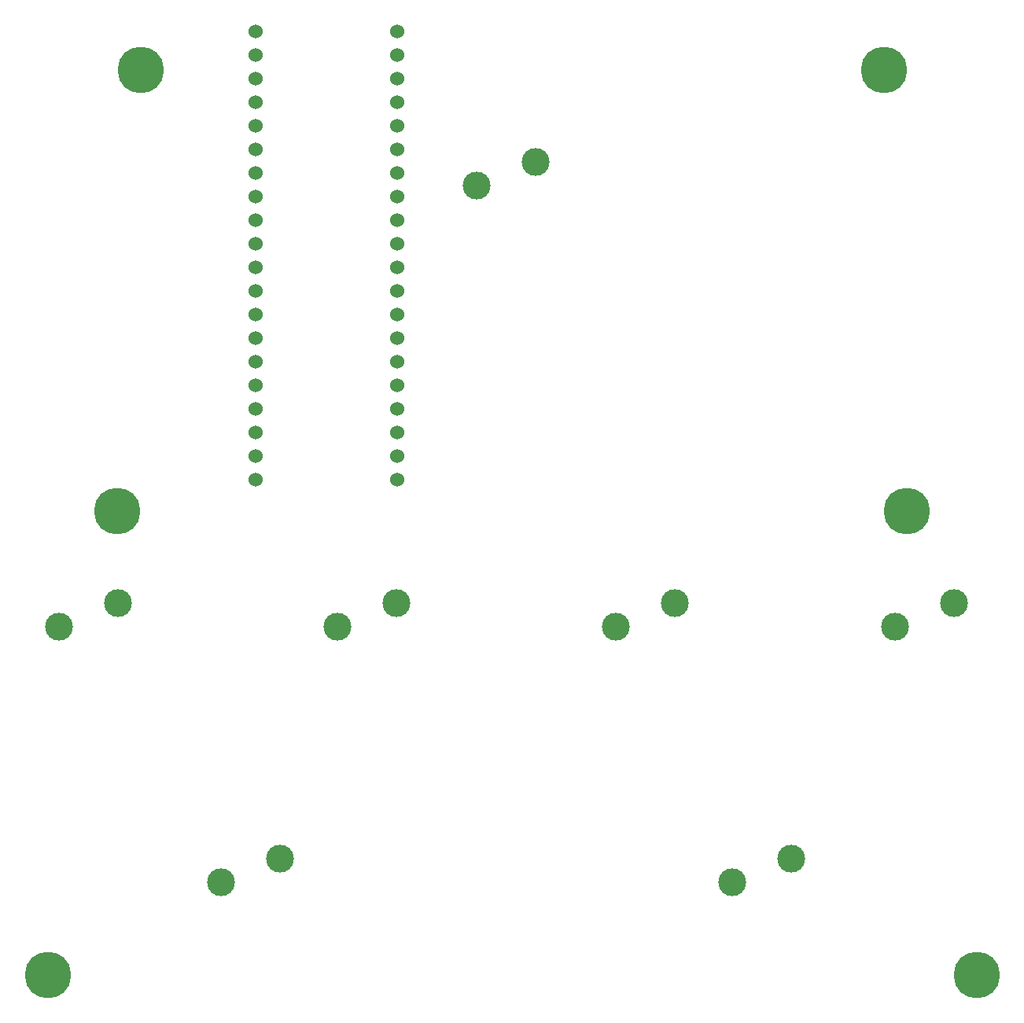
<source format=gtl>
G04 Layer: TopLayer*
G04 EasyEDA v6.5.48, 2025-04-04 07:46:01*
G04 4687ed6ded954ee48c47ff8f5e5d54f1,b35f8af89abf434ebf5b09c67136b050,10*
G04 Gerber Generator version 0.2*
G04 Scale: 100 percent, Rotated: No, Reflected: No *
G04 Dimensions in millimeters *
G04 leading zeros omitted , absolute positions ,4 integer and 5 decimal *
%FSLAX45Y45*%
%MOMM*%

%ADD10C,1.5240*%
%ADD11C,3.0000*%
%ADD12C,5.0000*%

%LPD*%
D10*
G01*
X4512005Y10912957D03*
G01*
X4512005Y10658957D03*
G01*
X4512005Y10404957D03*
G01*
X4512005Y10150957D03*
G01*
X4512005Y9896957D03*
G01*
X4512005Y9642957D03*
G01*
X4512005Y9388957D03*
G01*
X4512005Y9134957D03*
G01*
X4512005Y8880957D03*
G01*
X4512005Y8626957D03*
G01*
X4512005Y8372957D03*
G01*
X4512005Y8118957D03*
G01*
X4512005Y7864957D03*
G01*
X4512005Y7610957D03*
G01*
X4512005Y7356957D03*
G01*
X4512005Y7102957D03*
G01*
X4512005Y6848957D03*
G01*
X4512005Y6594957D03*
G01*
X4512005Y6340957D03*
G01*
X4512005Y6086957D03*
G01*
X2988005Y6086957D03*
G01*
X2988005Y6340957D03*
G01*
X2988005Y6594957D03*
G01*
X2988005Y6848957D03*
G01*
X2988005Y7102957D03*
G01*
X2988005Y7356957D03*
G01*
X2988005Y7610957D03*
G01*
X2988005Y7864957D03*
G01*
X2988005Y8118957D03*
G01*
X2988005Y8372957D03*
G01*
X2988005Y8626957D03*
G01*
X2988005Y8880957D03*
G01*
X2988005Y9134957D03*
G01*
X2988005Y9388957D03*
G01*
X2988005Y9642957D03*
G01*
X2988005Y9896957D03*
G01*
X2988005Y10150957D03*
G01*
X2988005Y10404957D03*
G01*
X2988005Y10658957D03*
G01*
X2988005Y10912957D03*
D11*
G01*
X3253993Y2007996D03*
G01*
X2618993Y1753996D03*
G01*
X8753983Y2007996D03*
G01*
X8118983Y1753996D03*
G01*
X1503934Y4757928D03*
G01*
X868934Y4503928D03*
G01*
X4503927Y4757928D03*
G01*
X3868927Y4503928D03*
G01*
X7503922Y4757928D03*
G01*
X6868922Y4503928D03*
G01*
X10503915Y4757928D03*
G01*
X9868915Y4503928D03*
G01*
X6004001Y9507956D03*
G01*
X5369001Y9253956D03*
D12*
G01*
X9999979Y5749975D03*
G01*
X1499996Y5749975D03*
G01*
X9749993Y10499979D03*
G01*
X1750009Y10499979D03*
G01*
X750011Y749985D03*
G01*
X10749991Y749985D03*
M02*

</source>
